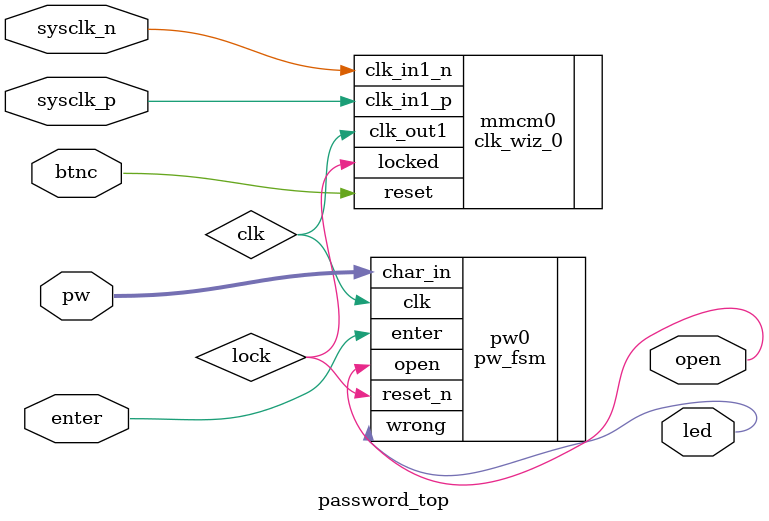
<source format=v>
/*
 * password_top.v
 * 
 * Top-level module for the simple password lock
 * 
 * Author: Kyle Mitard
 * Created 9 Feb 2022
 * 
 * This only exists for laser fault injection research, and it probably
 * should not be relied on in a real security application. Chances are,
 * it is hilariously insecure!
 */

module password_top (
	input        sysclk_n, // system differential clock
	input        sysclk_p,
	input        btnc,     // center button: reset
	input  [6:0] pw,       // PMOD header A0-6: password input
	input        enter,      // PMOD header B1: enter
	output       open,      // PMOD header A7: open indicator
	output       led       // LED 7: wrong indicator
	);

	wire clk;
	wire lock;

	// clock wizard to generate FSM clock signal
	clk_wiz_0 mmcm0(
		.reset(btnc),
		.clk_in1_p(sysclk_p),
		.clk_in1_n(sysclk_n),
		.locked(lock),
		.clk_out1(clk)
	);

	// password finite state machine
	pw_fsm pw0 (
		.clk(clk),
		.reset_n(lock),
		.char_in(pw),
		.enter(enter),
		.open(open),
		.wrong(led)
	);

endmodule
</source>
